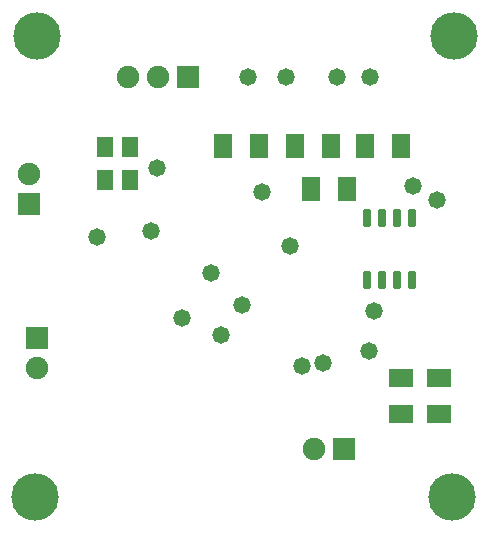
<source format=gbr>
%TF.GenerationSoftware,Altium Limited,Altium Designer,23.6.0 (18)*%
G04 Layer_Color=16711935*
%FSLAX45Y45*%
%MOMM*%
%TF.SameCoordinates,E9F55D22-D83D-4709-9336-3143B1C0F483*%
%TF.FilePolarity,Negative*%
%TF.FileFunction,Soldermask,Bot*%
%TF.Part,Single*%
G01*
G75*
%TA.AperFunction,SMDPad,CuDef*%
%ADD30R,1.55320X2.05320*%
%ADD31R,2.05320X1.55320*%
%TA.AperFunction,ViaPad*%
%ADD35C,4.01320*%
%TA.AperFunction,ComponentPad*%
%ADD36R,1.90320X1.90320*%
%ADD37C,1.90320*%
%ADD38R,1.90320X1.90320*%
%TA.AperFunction,ViaPad*%
%ADD39C,1.47320*%
%TA.AperFunction,SMDPad,CuDef*%
%ADD40R,1.40320X1.70320*%
G04:AMPARAMS|DCode=41|XSize=0.7532mm|YSize=1.4532mm|CornerRadius=0.1511mm|HoleSize=0mm|Usage=FLASHONLY|Rotation=180.000|XOffset=0mm|YOffset=0mm|HoleType=Round|Shape=RoundedRectangle|*
%AMROUNDEDRECTD41*
21,1,0.75320,1.15100,0,0,180.0*
21,1,0.45100,1.45320,0,0,180.0*
1,1,0.30220,-0.22550,0.57550*
1,1,0.30220,0.22550,0.57550*
1,1,0.30220,0.22550,-0.57550*
1,1,0.30220,-0.22550,-0.57550*
%
%ADD41ROUNDEDRECTD41*%
D30*
X5664300Y11417300D02*
D03*
X5359300D02*
D03*
X5956200D02*
D03*
X6261200D02*
D03*
X5054700D02*
D03*
X4749700D02*
D03*
X5804000Y11051425D02*
D03*
X5499000D02*
D03*
D31*
X6261100Y9143900D02*
D03*
Y9448900D02*
D03*
X6581526Y9448900D02*
D03*
Y9143900D02*
D03*
D35*
X6705600Y12344400D02*
D03*
X6692900Y8445500D02*
D03*
X3162300D02*
D03*
X3175000Y12344400D02*
D03*
D36*
X5778500Y8851900D02*
D03*
X4457700Y12001500D02*
D03*
D37*
X5524500Y8851900D02*
D03*
X3111500Y11176000D02*
D03*
X3949700Y12001500D02*
D03*
X4203700D02*
D03*
X3175000Y9537700D02*
D03*
D38*
X3111500Y10922000D02*
D03*
X3175000Y9791700D02*
D03*
D39*
X6362700Y11074400D02*
D03*
X5321300Y10566400D02*
D03*
X5080000Y11023600D02*
D03*
X5994400Y12001500D02*
D03*
X5715000D02*
D03*
X5283200D02*
D03*
X4965700D02*
D03*
X4648200Y10337800D02*
D03*
X6031900Y10013129D02*
D03*
X5985420Y9681120D02*
D03*
X5422900Y9550400D02*
D03*
X5600700Y9575800D02*
D03*
X3683000Y10642600D02*
D03*
X4910599Y10067885D02*
D03*
X4191000Y11226800D02*
D03*
X4140200Y10693400D02*
D03*
X6565900Y10960100D02*
D03*
X4737100Y9817100D02*
D03*
X4406900Y9956800D02*
D03*
D40*
X3755800Y11404600D02*
D03*
X3965800D02*
D03*
X3755800Y11124175D02*
D03*
X3965800D02*
D03*
D41*
X6350000Y10278500D02*
D03*
X6223000D02*
D03*
X6096000D02*
D03*
X5969000D02*
D03*
X6350000Y10803500D02*
D03*
X6223000D02*
D03*
X6096000D02*
D03*
X5969000D02*
D03*
%TF.MD5,7d039b18572c7b7aa68e0d4e4b9c00dd*%
M02*

</source>
